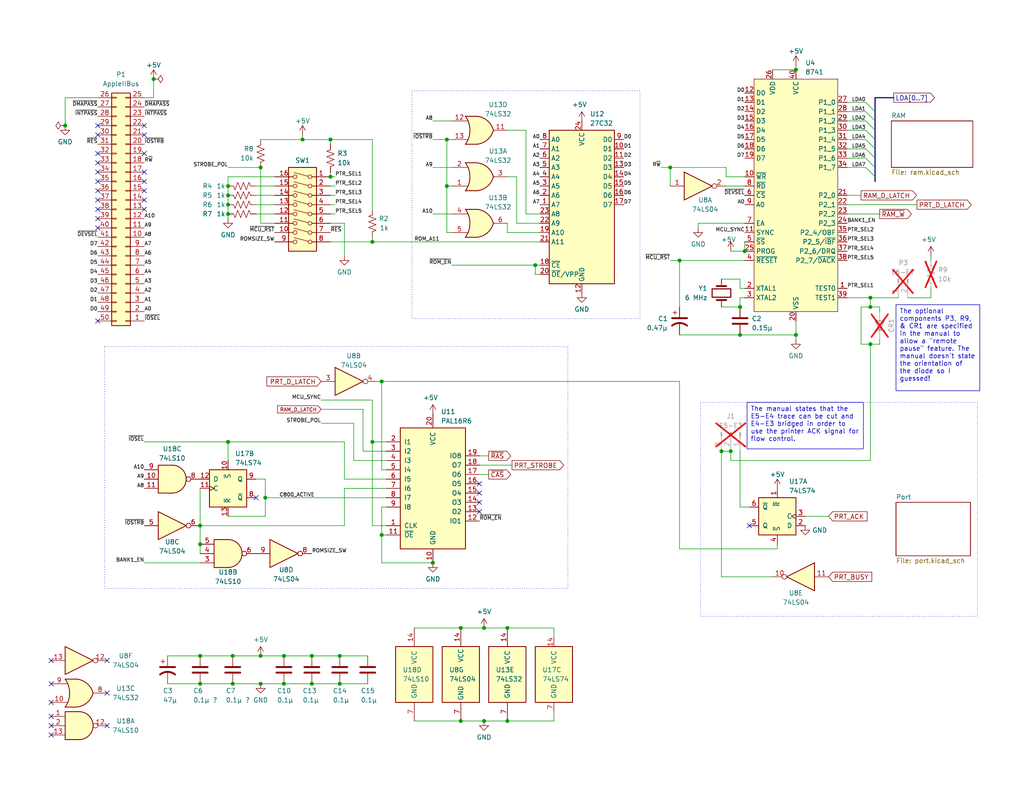
<source format=kicad_sch>
(kicad_sch (version 20231120) (generator "eeschema") (generator_version "8.0")
  (paper "USLetter")
  (title_block (title "Microtek Dumpling-64 Printer Card") (date "2024-01-19") (rev "926B") (comment 2 "captured by Mark Aikens") (comment 3 "by Microtek") (comment 4 "Apple II Printer Card"))
  (lib_symbols
    (symbol "74xx:74LS04"
      (property "Reference" "U" (at 0 1.27 0))
      (property "Value" "74LS04" (at 0 -1.27 0))
      (symbol "74LS04_1_0"
        (pin input line (at -7.62 0 0) (length 3.81) (name "~") (number "1"))
        (pin output inverted (at 7.62 0 180) (length 3.81) (name "~") (number "2"))
      )
      (symbol "74LS04_2_0"
        (pin input line (at -7.62 0 0) (length 3.81) (name "~") (number "3"))
        (pin output inverted (at 7.62 0 180) (length 3.81) (name "~") (number "4"))
      )
      (symbol "74LS04_3_0"
        (pin input line (at -7.62 0 0) (length 3.81) (name "~") (number "5"))
        (pin output inverted (at 7.62 0 180) (length 3.81) (name "~") (number "6"))
      )
      (symbol "74LS04_4_0"
        (pin output inverted (at 7.62 0 180) (length 3.81) (name "~") (number "8"))
        (pin input line (at -7.62 0 0) (length 3.81) (name "~") (number "9"))
      )
      (symbol "74LS04_5_0"
        (pin output inverted (at 7.62 0 180) (length 3.81) (name "~") (number "10"))
        (pin input line (at -7.62 0 0) (length 3.81) (name "~") (number "11"))
      )
      (symbol "74LS04_6_0"
        (pin output inverted (at 7.62 0 180) (length 3.81) (name "~") (number "12"))
        (pin input line (at -7.62 0 0) (length 3.81) (name "~") (number "13"))
      )
      (symbol "74LS04_7_0"
        (pin power_in line (at 0 12.7 270) (length 5.08) (name "VCC") (number "14"))
        (pin power_in line (at 0 -12.7 90) (length 5.08) (name "GND") (number "7"))
      )
    )
    (symbol "74xx:74LS10" (pin_names (offset 1.016))
      (property "Reference" "U" (at 0 1.27 0))
      (property "Value" "74LS10" (at 0 -1.27 0))
      (symbol "74LS10_1_1"
        (pin input line (at -7.62 2.54 0) (length 3.81) (name "~") (number "1"))
        (pin output inverted (at 7.62 0 180) (length 3.81) (name "~") (number "12"))
        (pin input line (at -7.62 -2.54 0) (length 3.81) (name "~") (number "13"))
        (pin input line (at -7.62 0 0) (length 3.81) (name "~") (number "2"))
      )
      (symbol "74LS10_1_2"
        (pin input inverted (at -7.62 2.54 0) (length 4.318) (name "~") (number "1"))
        (pin output line (at 7.62 0 180) (length 3.81) (name "~") (number "12"))
        (pin input inverted (at -7.62 -2.54 0) (length 4.318) (name "~") (number "13"))
        (pin input inverted (at -7.62 0 0) (length 4.953) (name "~") (number "2"))
      )
      (symbol "74LS10_2_1"
        (pin input line (at -7.62 2.54 0) (length 3.81) (name "~") (number "3"))
        (pin input line (at -7.62 0 0) (length 3.81) (name "~") (number "4"))
        (pin input line (at -7.62 -2.54 0) (length 3.81) (name "~") (number "5"))
        (pin output inverted (at 7.62 0 180) (length 3.81) (name "~") (number "6"))
      )
      (symbol "74LS10_2_2"
        (pin input inverted (at -7.62 2.54 0) (length 4.318) (name "~") (number "3"))
        (pin input inverted (at -7.62 0 0) (length 4.953) (name "~") (number "4"))
        (pin input inverted (at -7.62 -2.54 0) (length 4.318) (name "~") (number "5"))
        (pin output line (at 7.62 0 180) (length 3.81) (name "~") (number "6"))
      )
      (symbol "74LS10_3_1"
        (pin input line (at -7.62 0 0) (length 3.81) (name "~") (number "10"))
        (pin input line (at -7.62 -2.54 0) (length 3.81) (name "~") (number "11"))
        (pin output inverted (at 7.62 0 180) (length 3.81) (name "~") (number "8"))
        (pin input line (at -7.62 2.54 0) (length 3.81) (name "~") (number "9"))
      )
      (symbol "74LS10_3_2"
        (pin input inverted (at -7.62 0 0) (length 4.953) (name "~") (number "10"))
        (pin input inverted (at -7.62 -2.54 0) (length 4.318) (name "~") (number "11"))
        (pin output line (at 7.62 0 180) (length 3.81) (name "~") (number "8"))
        (pin input inverted (at -7.62 2.54 0) (length 4.318) (name "~") (number "9"))
      )
      (symbol "74LS10_4_0"
        (pin power_in line (at 0 12.7 270) (length 5.08) (name "VCC") (number "14"))
        (pin power_in line (at 0 -12.7 90) (length 5.08) (name "GND") (number "7"))
      )
    )
    (symbol "74xx:74LS32" (pin_names (offset 1.016))
      (property "Reference" "U" (at 0 1.27 0))
      (property "Value" "74LS32" (at 0 -1.27 0))
      (symbol "74LS32_1_1"
        (pin input line (at -7.62 2.54 0) (length 4.318) (name "~") (number "1"))
        (pin input line (at -7.62 -2.54 0) (length 4.318) (name "~") (number "2"))
        (pin output line (at 7.62 0 180) (length 3.81) (name "~") (number "3"))
      )
      (symbol "74LS32_1_2"
        (pin input inverted (at -7.62 2.54 0) (length 3.81) (name "~") (number "1"))
        (pin input inverted (at -7.62 -2.54 0) (length 3.81) (name "~") (number "2"))
        (pin output inverted (at 7.62 0 180) (length 3.81) (name "~") (number "3"))
      )
      (symbol "74LS32_2_1"
        (pin input line (at -7.62 2.54 0) (length 4.318) (name "~") (number "4"))
        (pin input line (at -7.62 -2.54 0) (length 4.318) (name "~") (number "5"))
        (pin output line (at 7.62 0 180) (length 3.81) (name "~") (number "6"))
      )
      (symbol "74LS32_2_2"
        (pin input inverted (at -7.62 2.54 0) (length 3.81) (name "~") (number "4"))
        (pin input inverted (at -7.62 -2.54 0) (length 3.81) (name "~") (number "5"))
        (pin output inverted (at 7.62 0 180) (length 3.81) (name "~") (number "6"))
      )
      (symbol "74LS32_3_1"
        (pin input line (at -7.62 -2.54 0) (length 4.318) (name "~") (number "10"))
        (pin output line (at 7.62 0 180) (length 3.81) (name "~") (number "8"))
        (pin input line (at -7.62 2.54 0) (length 4.318) (name "~") (number "9"))
      )
      (symbol "74LS32_3_2"
        (pin input inverted (at -7.62 -2.54 0) (length 3.81) (name "~") (number "10"))
        (pin output inverted (at 7.62 0 180) (length 3.81) (name "~") (number "8"))
        (pin input inverted (at -7.62 2.54 0) (length 3.81) (name "~") (number "9"))
      )
      (symbol "74LS32_4_1"
        (pin output line (at 7.62 0 180) (length 3.81) (name "~") (number "11"))
        (pin input line (at -7.62 2.54 0) (length 4.318) (name "~") (number "12"))
        (pin input line (at -7.62 -2.54 0) (length 4.318) (name "~") (number "13"))
      )
      (symbol "74LS32_4_2"
        (pin output inverted (at 7.62 0 180) (length 3.81) (name "~") (number "11"))
        (pin input inverted (at -7.62 2.54 0) (length 3.81) (name "~") (number "12"))
        (pin input inverted (at -7.62 -2.54 0) (length 3.81) (name "~") (number "13"))
      )
      (symbol "74LS32_5_0"
        (pin power_in line (at 0 12.7 270) (length 5.08) (name "VCC") (number "14"))
        (pin power_in line (at 0 -12.7 90) (length 5.08) (name "GND") (number "7"))
      )
    )
    (symbol "74xx:74LS74" (pin_names (offset 1.016))
      (property "Reference" "U" (at -7.62 8.89 0))
      (property "Value" "74LS74" (at -7.62 -8.89 0))
      (symbol "74LS74_1_0"
        (pin input line (at 0 -7.62 90) (length 2.54) (name "~{R}") (number "1"))
        (pin input line (at -7.62 2.54 0) (length 2.54) (name "D") (number "2"))
        (pin input clock (at -7.62 0 0) (length 2.54) (name "C") (number "3"))
        (pin input line (at 0 7.62 270) (length 2.54) (name "~{S}") (number "4"))
        (pin output line (at 7.62 2.54 180) (length 2.54) (name "Q") (number "5"))
        (pin output line (at 7.62 -2.54 180) (length 2.54) (name "~{Q}") (number "6"))
      )
      (symbol "74LS74_2_0"
        (pin input line (at 0 7.62 270) (length 2.54) (name "~{S}") (number "10"))
        (pin input clock (at -7.62 0 0) (length 2.54) (name "C") (number "11"))
        (pin input line (at -7.62 2.54 0) (length 2.54) (name "D") (number "12"))
        (pin input line (at 0 -7.62 90) (length 2.54) (name "~{R}") (number "13"))
        (pin output line (at 7.62 -2.54 180) (length 2.54) (name "~{Q}") (number "8"))
        (pin output line (at 7.62 2.54 180) (length 2.54) (name "Q") (number "9"))
      )
      (symbol "74LS74_3_0"
        (pin power_in line (at 0 10.16 270) (length 2.54) (name "VCC") (number "14"))
        (pin power_in line (at 0 -10.16 90) (length 2.54) (name "GND") (number "7"))
      )
    )
    (symbol "Connector:Conn_01x02_Pin" (pin_names (offset 1.016) hide)
      (property "Reference" "J" (at 0 2.54 0))
      (property "Value" "Conn_01x02_Pin" (at 0 -5.08 0))
      (symbol "Conn_01x02_Pin_1_1"
        (pin passive line (at 5.08 0 180) (length 3.81) (name "Pin_1") (number "1"))
        (pin passive line (at 5.08 -2.54 180) (length 3.81) (name "Pin_2") (number "2"))
      )
    )
    (symbol "Connector:Conn_01x03_Pin" (pin_names (offset 1.016) hide)
      (property "Reference" "J" (at 0 5.08 0))
      (property "Value" "Conn_01x03_Pin" (at 0 -5.08 0))
      (symbol "Conn_01x03_Pin_1_1"
        (pin passive line (at 5.08 2.54 180) (length 3.81) (name "Pin_1") (number "1"))
        (pin passive line (at 5.08 0 180) (length 3.81) (name "Pin_2") (number "2"))
        (pin passive line (at 5.08 -2.54 180) (length 3.81) (name "Pin_3") (number "3"))
      )
    )
    (symbol "Connector_Generic:Conn_02x25_Counter_Clockwise" (pin_names (offset 1.016) hide)
      (property "Reference" "J" (at 1.27 33.02 0))
      (property "Value" "Conn_02x25_Counter_Clockwise" (at 1.27 -33.02 0))
      (symbol "Conn_02x25_Counter_Clockwise_1_1"
        (pin passive line (at -5.08 30.48 0) (length 3.81) (name "Pin_1") (number "1"))
        (pin passive line (at -5.08 7.62 0) (length 3.81) (name "Pin_10") (number "10"))
        (pin passive line (at -5.08 5.08 0) (length 3.81) (name "Pin_11") (number "11"))
        (pin passive line (at -5.08 2.54 0) (length 3.81) (name "Pin_12") (number "12"))
        (pin passive line (at -5.08 0 0) (length 3.81) (name "Pin_13") (number "13"))
        (pin passive line (at -5.08 -2.54 0) (length 3.81) (name "Pin_14") (number "14"))
        (pin passive line (at -5.08 -5.08 0) (length 3.81) (name "Pin_15") (number "15"))
        (pin passive line (at -5.08 -7.62 0) (length 3.81) (name "Pin_16") (number "16"))
        (pin passive line (at -5.08 -10.16 0) (length 3.81) (name "Pin_17") (number "17"))
        (pin passive line (at -5.08 -12.7 0) (length 3.81) (name "Pin_18") (number "18"))
        (pin passive line (at -5.08 -15.24 0) (length 3.81) (name "Pin_19") (number "19"))
        (pin passive line (at -5.08 27.94 0) (length 3.81) (name "Pin_2") (number "2"))
        (pin passive line (at -5.08 -17.78 0) (length 3.81) (name "Pin_20") (number "20"))
        (pin passive line (at -5.08 -20.32 0) (length 3.81) (name "Pin_21") (number "21"))
        (pin passive line (at -5.08 -22.86 0) (length 3.81) (name "Pin_22") (number "22"))
        (pin passive line (at -5.08 -25.4 0) (length 3.81) (name "Pin_23") (number "23"))
        (pin passive line (at -5.08 -27.94 0) (length 3.81) (name "Pin_24") (number "24"))
        (pin passive line (at -5.08 -30.48 0) (length 3.81) (name "Pin_25") (number "25"))
        (pin passive line (at 7.62 -30.48 180) (length 3.81) (name "Pin_26") (number "26"))
        (pin passive line (at 7.62 -27.94 180) (length 3.81) (name "Pin_27") (number "27"))
        (pin passive line (at 7.62 -25.4 180) (length 3.81) (name "Pin_28") (number "28"))
        (pin passive line (at 7.62 -22.86 180) (length 3.81) (name "Pin_29") (number "29"))
        (pin passive line (at -5.08 25.4 0) (length 3.81) (name "Pin_3") (number "3"))
        (pin passive line (at 7.62 -20.32 180) (length 3.81) (name "Pin_30") (number "30"))
        (pin passive line (at 7.62 -17.78 180) (length 3.81) (name "Pin_31") (number "31"))
        (pin passive line (at 7.62 -15.24 180) (length 3.81) (name "Pin_32") (number "32"))
        (pin passive line (at 7.62 -12.7 180) (length 3.81) (name "Pin_33") (number "33"))
        (pin passive line (at 7.62 -10.16 180) (length 3.81) (name "Pin_34") (number "34"))
        (pin passive line (at 7.62 -7.62 180) (length 3.81) (name "Pin_35") (number "35"))
        (pin passive line (at 7.62 -5.08 180) (length 3.81) (name "Pin_36") (number "36"))
        (pin passive line (at 7.62 -2.54 180) (length 3.81) (name "Pin_37") (number "37"))
        (pin passive line (at 7.62 0 180) (length 3.81) (name "Pin_38") (number "38"))
        (pin passive line (at 7.62 2.54 180) (length 3.81) (name "Pin_39") (number "39"))
        (pin passive line (at -5.08 22.86 0) (length 3.81) (name "Pin_4") (number "4"))
        (pin passive line (at 7.62 5.08 180) (length 3.81) (name "Pin_40") (number "40"))
        (pin passive line (at 7.62 7.62 180) (length 3.81) (name "Pin_41") (number "41"))
        (pin passive line (at 7.62 10.16 180) (length 3.81) (name "Pin_42") (number "42"))
        (pin passive line (at 7.62 12.7 180) (length 3.81) (name "Pin_43") (number "43"))
        (pin passive line (at 7.62 15.24 180) (length 3.81) (name "Pin_44") (number "44"))
        (pin passive line (at 7.62 17.78 180) (length 3.81) (name "Pin_45") (number "45"))
        (pin passive line (at 7.62 20.32 180) (length 3.81) (name "Pin_46") (number "46"))
        (pin passive line (at 7.62 22.86 180) (length 3.81) (name "Pin_47") (number "47"))
        (pin passive line (at 7.62 25.4 180) (length 3.81) (name "Pin_48") (number "48"))
        (pin passive line (at 7.62 27.94 180) (length 3.81) (name "Pin_49") (number "49"))
        (pin passive line (at -5.08 20.32 0) (length 3.81) (name "Pin_5") (number "5"))
        (pin passive line (at 7.62 30.48 180) (length 3.81) (name "Pin_50") (number "50"))
        (pin passive line (at -5.08 17.78 0) (length 3.81) (name "Pin_6") (number "6"))
        (pin passive line (at -5.08 15.24 0) (length 3.81) (name "Pin_7") (number "7"))
        (pin passive line (at -5.08 12.7 0) (length 3.81) (name "Pin_8") (number "8"))
        (pin passive line (at -5.08 10.16 0) (length 3.81) (name "Pin_9") (number "9"))
      )
    )
    (symbol "Device:C" (pin_numbers hide) (pin_names (offset 0.254))
      (property "Reference" "C" (at 0.635 2.54 0))
      (property "Value" "C" (at 0.635 -2.54 0))
      (symbol "C_1_1"
        (pin passive line (at 0 3.81 270) (length 2.794) (name "~") (number "1"))
        (pin passive line (at 0 -3.81 90) (length 2.794) (name "~") (number "2"))
      )
    )
    (symbol "Device:C_Polarized_US" (pin_numbers hide) (pin_names (offset 0.254) hide)
      (property "Reference" "C" (at 0.635 2.54 0))
      (property "Value" "C_Polarized_US" (at 0.635 -2.54 0))
      (symbol "C_Polarized_US_1_1"
        (pin passive line (at 0 3.81 270) (length 2.794) (name "~") (number "1"))
        (pin passive line (at 0 -3.81 90) (length 3.302) (name "~") (number "2"))
      )
    )
    (symbol "Device:Crystal" (pin_numbers hide) (pin_names (offset 1.016) hide)
      (property "Reference" "Y" (at 0 3.81 0))
      (property "Value" "Crystal" (at 0 -3.81 0))
      (symbol "Crystal_1_1"
        (pin passive line (at -3.81 0 0) (length 1.27) (name "1") (number "1"))
        (pin passive line (at 3.81 0 180) (length 1.27) (name "2") (number "2"))
      )
    )
    (symbol "Device:R_US" (pin_numbers hide) (pin_names (offset 0))
      (property "Reference" "R" (at 2.54 0 90))
      (property "Value" "R_US" (at -2.54 0 90))
      (symbol "R_US_1_1"
        (pin passive line (at 0 3.81 270) (length 1.27) (name "~") (number "1"))
        (pin passive line (at 0 -3.81 90) (length 1.27) (name "~") (number "2"))
      )
    )
    (symbol "Diode:1N4001" (pin_numbers hide) (pin_names hide)
      (property "Reference" "D" (at 0 2.54 0))
      (property "Value" "1N4001" (at 0 -2.54 0))
      (symbol "1N4001_1_1"
        (pin passive line (at -3.81 0 0) (length 2.54) (name "K") (number "1"))
        (pin passive line (at 3.81 0 180) (length 2.54) (name "A") (number "2"))
      )
    )
    (symbol "MCU:8741"
      (property "Reference" "U" (at 2.54 34.29 0))
      (property "Value" "8741" (at 0 0 0))
      (symbol "8741_1_1"
        (pin input line (at 13.97 -25.4 180) (length 2.54) (name "TEST0") (number "1"))
        (pin input line (at -13.97 5.08 0) (length 2.54) (name "~{WR}") (number "10"))
        (pin output line (at -13.97 -10.16 0) (length 2.54) (name "SYNC") (number "11"))
        (pin tri_state line (at -13.97 27.94 0) (length 2.54) (name "D0") (number "12"))
        (pin tri_state line (at -13.97 25.4 0) (length 2.54) (name "D1") (number "13"))
        (pin tri_state line (at -13.97 22.86 0) (length 2.54) (name "D2") (number "14"))
        (pin tri_state line (at -13.97 20.32 0) (length 2.54) (name "D3") (number "15"))
        (pin tri_state line (at -13.97 17.78 0) (length 2.54) (name "D4") (number "16"))
        (pin tri_state line (at -13.97 15.24 0) (length 2.54) (name "D5") (number "17"))
        (pin tri_state line (at -13.97 12.7 0) (length 2.54) (name "D6") (number "18"))
        (pin tri_state line (at -13.97 10.16 0) (length 2.54) (name "D7") (number "19"))
        (pin passive line (at -13.97 -25.4 0) (length 2.54) (name "XTAL1") (number "2"))
        (pin power_in line (at 0 -34.29 90) (length 2.54) (name "VSS") (number "20"))
        (pin bidirectional line (at 13.97 0 180) (length 2.54) (name "P2_0") (number "21"))
        (pin bidirectional line (at 13.97 -2.54 180) (length 2.54) (name "P2_1") (number "22"))
        (pin bidirectional line (at 13.97 -5.08 180) (length 2.54) (name "P2_2") (number "23"))
        (pin bidirectional line (at 13.97 -7.62 180) (length 2.54) (name "P2_3") (number "24"))
        (pin bidirectional line (at -13.97 -15.24 0) (length 2.54) (name "PROG") (number "25"))
        (pin power_in line (at -6.35 34.29 270) (length 2.54) (name "VDD") (number "26"))
        (pin bidirectional line (at 13.97 25.4 180) (length 2.54) (name "P1_0") (number "27"))
        (pin bidirectional line (at 13.97 22.86 180) (length 2.54) (name "P1_1") (number "28"))
        (pin bidirectional line (at 13.97 20.32 180) (length 2.54) (name "P1_2") (number "29"))
        (pin passive line (at -13.97 -27.94 0) (length 2.54) (name "XTAL2") (number "3"))
        (pin bidirectional line (at 13.97 17.78 180) (length 2.54) (name "P1_3") (number "30"))
        (pin bidirectional line (at 13.97 15.24 180) (length 2.54) (name "P1_4") (number "31"))
        (pin bidirectional line (at 13.97 12.7 180) (length 2.54) (name "P1_5") (number "32"))
        (pin bidirectional line (at 13.97 10.16 180) (length 2.54) (name "P1_6") (number "33"))
        (pin bidirectional line (at 13.97 7.62 180) (length 2.54) (name "P1_7") (number "34"))
        (pin bidirectional line (at 13.97 -10.16 180) (length 2.54) (name "P2_4/OBF") (number "35"))
        (pin bidirectional line (at 13.97 -12.7 180) (length 2.54) (name "P2_5/~{IBF}") (number "36"))
        (pin bidirectional line (at 13.97 -15.24 180) (length 2.54) (name "P2_6/DRQ") (number "37"))
        (pin bidirectional line (at 13.97 -17.78 180) (length 2.54) (name "P2_7/~{DACK}") (number "38"))
        (pin input line (at 13.97 -27.94 180) (length 2.54) (name "TEST1") (number "39"))
        (pin input line (at -13.97 -17.78 0) (length 2.54) (name "~{RESET}") (number "4"))
        (pin power_in line (at 0 34.29 270) (length 2.54) (name "VCC") (number "40"))
        (pin input line (at -13.97 -12.7 0) (length 2.54) (name "~{SS}") (number "5"))
        (pin input line (at -13.97 0 0) (length 2.54) (name "~{CS}") (number "6"))
        (pin input line (at -13.97 -7.62 0) (length 2.54) (name "EA") (number "7"))
        (pin input line (at -13.97 2.54 0) (length 2.54) (name "~{RD}") (number "8"))
        (pin input line (at -13.97 -2.54 0) (length 2.54) (name "A0") (number "9"))
      )
    )
    (symbol "Memory_Legacy:27C32"
      (property "Reference" "U" (at -7.62 24.13 0))
      (property "Value" "27C32" (at 2.54 -20.32 0))
      (symbol "27C32_1_1"
        (pin input line (at -10.16 2.54 0) (length 2.54) (name "A7") (number "1"))
        (pin tri_state line (at 12.7 17.78 180) (length 2.54) (name "D1") (number "10"))
        (pin tri_state line (at 12.7 15.24 180) (length 2.54) (name "D2") (number "11"))
        (pin power_in line (at 1.27 -21.59 90) (length 2.54) (name "GND") (number "12"))
        (pin tri_state line (at 12.7 12.7 180) (length 2.54) (name "D3") (number "13"))
        (pin tri_state line (at 12.7 10.16 180) (length 2.54) (name "D4") (number "14"))
        (pin tri_state line (at 12.7 7.62 180) (length 2.54) (name "D5") (number "15"))
        (pin tri_state line (at 12.7 5.08 180) (length 2.54) (name "D6") (number "16"))
        (pin tri_state line (at 12.7 2.54 180) (length 2.54) (name "D7") (number "17"))
        (pin input line (at -10.16 -13.97 0) (length 2.54) (name "~{CE}") (number "18"))
        (pin input line (at -10.16 -5.08 0) (length 2.54) (name "A10") (number "19"))
        (pin input line (at -10.16 5.08 0) (length 2.54) (name "A6") (number "2"))
        (pin input line (at -10.16 -16.51 0) (length 2.54) (name "~{OE}/VPP") (number "20"))
        (pin input line (at -10.16 -7.62 0) (length 2.54) (name "A11") (number "21"))
        (pin input line (at -10.16 -2.54 0) (length 2.54) (name "A9") (number "22"))
        (pin input line (at -10.16 0 0) (length 2.54) (name "A8") (number "23"))
        (pin power_in line (at 1.27 25.4 270) (length 2.54) (name "VCC") (number "24"))
        (pin input line (at -10.16 7.62 0) (length 2.54) (name "A5") (number "3"))
        (pin input line (at -10.16 10.16 0) (length 2.54) (name "A4") (number "4"))
        (pin input line (at -10.16 12.7 0) (length 2.54) (name "A3") (number "5"))
        (pin input line (at -10.16 15.24 0) (length 2.54) (name "A2") (number "6"))
        (pin input line (at -10.16 17.78 0) (length 2.54) (name "A1") (number "7"))
        (pin input line (at -10.16 20.32 0) (length 2.54) (name "A0") (number "8"))
        (pin tri_state line (at 12.7 20.32 180) (length 2.54) (name "D0") (number "9"))
      )
    )
    (symbol "PAL:PAL16R6" (pin_names (offset 1.016))
      (property "Reference" "U" (at -8.89 19.05 0))
      (property "Value" "PAL16R6" (at 1.27 19.05 0))
      (symbol "PAL16R6_0_0"
        (pin power_in line (at 0 -20.32 90) (length 3.81) (name "GND") (number "10"))
        (pin power_in line (at 0 20.32 270) (length 3.81) (name "VCC") (number "20"))
      )
      (symbol "PAL16R6_1_1"
        (pin input line (at -12.7 -10.16 0) (length 3.81) (name "CLK") (number "1"))
        (pin input line (at -12.7 -12.7 0) (length 3.81) (name "~{OE}") (number "11"))
        (pin bidirectional line (at 12.7 -8.89 180) (length 3.81) (name "IO1") (number "12"))
        (pin tri_state line (at 12.7 -6.35 180) (length 3.81) (name "O2") (number "13"))
        (pin tri_state line (at 12.7 -3.81 180) (length 3.81) (name "O3") (number "14"))
        (pin tri_state line (at 12.7 -1.27 180) (length 3.81) (name "O4") (number "15"))
        (pin tri_state line (at 12.7 1.27 180) (length 3.81) (name "O5") (number "16"))
        (pin tri_state line (at 12.7 3.81 180) (length 3.81) (name "O6") (number "17"))
        (pin tri_state line (at 12.7 6.35 180) (length 3.81) (name "O7") (number "18"))
        (pin bidirectional line (at 12.7 8.89 180) (length 3.81) (name "IO8") (number "19"))
        (pin input line (at -12.7 12.7 0) (length 3.81) (name "I1") (number "2"))
        (pin input line (at -12.7 10.16 0) (length 3.81) (name "I2") (number "3"))
        (pin input line (at -12.7 7.62 0) (length 3.81) (name "I3") (number "4"))
        (pin input line (at -12.7 5.08 0) (length 3.81) (name "I4") (number "5"))
        (pin input line (at -12.7 2.54 0) (length 3.81) (name "I5") (number "6"))
        (pin input line (at -12.7 0 0) (length 3.81) (name "I6") (number "7"))
        (pin input line (at -12.7 -2.54 0) (length 3.81) (name "I7") (number "8"))
        (pin input line (at -12.7 -5.08 0) (length 3.81) (name "I8") (number "9"))
      )
    )
    (symbol "Switch:SW_DIP_x08" (pin_names (offset 0) hide)
      (property "Reference" "SW" (at 0 13.97 0))
      (property "Value" "SW_DIP_x08" (at 0 -11.43 0))
      (symbol "SW_DIP_x08_1_1"
        (pin passive line (at -7.62 10.16 0) (length 5.08) (name "~") (number "1"))
        (pin passive line (at 7.62 -5.08 180) (length 5.08) (name "~") (number "10"))
        (pin passive line (at 7.62 -2.54 180) (length 5.08) (name "~") (number "11"))
        (pin passive line (at 7.62 0 180) (length 5.08) (name "~") (number "12"))
        (pin passive line (at 7.62 2.54 180) (length 5.08) (name "~") (number "13"))
        (pin passive line (at 7.62 5.08 180) (length 5.08) (name "~") (number "14"))
        (pin passive line (at 7.62 7.62 180) (length 5.08) (name "~") (number "15"))
        (pin passive line (at 7.62 10.16 180) (length 5.08) (name "~") (number "16"))
        (pin passive line (at -7.62 7.62 0) (length 5.08) (name "~") (number "2"))
        (pin passive line (at -7.62 5.08 0) (length 5.08) (name "~") (number "3"))
        (pin passive line (at -7.62 2.54 0) (length 5.08) (name "~") (number "4"))
        (pin passive line (at -7.62 0 0) (length 5.08) (name "~") (number "5"))
        (pin passive line (at -7.62 -2.54 0) (length 5.08) (name "~") (number "6"))
        (pin passive line (at -7.62 -5.08 0) (length 5.08) (name "~") (number "7"))
        (pin passive line (at -7.62 -7.62 0) (length 5.08) (name "~") (number "8"))
        (pin passive line (at 7.62 -7.62 180) (length 5.08) (name "~") (number "9"))
      )
    )
    (symbol "power:+5V" (power) (pin_numbers hide) (pin_names (offset 0) hide)
      (property "Value" "+5V" (at 0 3.556 0))
      (symbol "+5V_1_1"
        (pin power_in line (at 0 0 90) (length 0) (name "~") (number "1"))
      )
    )
    (symbol "power:GND" (power) (pin_numbers hide) (pin_names (offset 0) hide)
      (property "Value" "GND" (at 0 -3.81 0))
      (symbol "GND_1_1"
        (pin power_in line (at 0 0 270) (length 0) (name "~") (number "1"))
      )
    )
    (symbol "power:PWR_FLAG" (power) (pin_numbers hide) (pin_names (offset 0) hide)
      (property "Value" "PWR_FLAG" (at 0 3.81 0))
      (symbol "PWR_FLAG_0_0"
        (pin power_out line (at 0 0 90) (length 0) (name "~") (number "1"))
      )
    )
  )
  (junction (at 201.93 91.44))
  (junction (at 146.05 72.39))
  (junction (at 54.61 179.07))
  (junction (at 104.14 104.14))
  (junction (at 85.09 179.07))
  (junction (at 41.91 21.59))
  (junction (at 63.5 179.07))
  (junction (at 62.23 50.8))
  (junction (at 62.23 55.88))
  (junction (at 17.78 34.29))
  (junction (at 71.12 186.69))
  (junction (at 54.61 186.69))
  (junction (at 71.12 179.07))
  (junction (at 77.47 186.69))
  (junction (at 132.08 171.45))
  (junction (at 182.88 45.72))
  (junction (at 92.71 179.07))
  (junction (at 125.73 171.45))
  (junction (at 237.49 83.82))
  (junction (at 62.23 58.42))
  (junction (at 101.6 66.04))
  (junction (at 125.73 196.85))
  (junction (at 199.39 123.19))
  (junction (at 132.08 196.85))
  (junction (at 118.11 153.67))
  (junction (at 121.92 38.1))
  (junction (at 217.17 91.44))
  (junction (at 85.09 186.69))
  (junction (at 90.17 38.1))
  (junction (at 121.92 50.8))
  (junction (at 71.12 45.72))
  (junction (at 217.17 19.05))
  (junction (at 62.23 120.65))
  (junction (at 54.61 148.59))
  (junction (at 63.5 186.69))
  (junction (at 203.2 68.58))
  (junction (at 237.49 81.28))
  (junction (at 104.14 146.05))
  (junction (at 201.93 83.82))
  (junction (at 54.61 143.51))
  (junction (at 62.23 53.34))
  (junction (at 92.71 186.69))
  (junction (at 138.43 171.45))
  (junction (at 82.55 38.1))
  (junction (at 138.43 196.85))
  (junction (at 77.47 179.07))
  (junction (at 237.49 93.98))
  (junction (at 196.85 123.19))
  (junction (at 185.42 71.12))
  (junction (at 72.39 135.89))
  (junction (at 90.17 48.26))
  (junction (at 101.6 120.65))
  (no_connect (at 39.37 46.99))
  (no_connect (at 204.47 143.51))
  (no_connect (at 26.67 46.99))
  (no_connect (at 26.67 62.23))
  (no_connect (at 39.37 52.07))
  (no_connect (at 39.37 57.15))
  (no_connect (at 29.21 189.23))
  (no_connect (at 130.81 134.62))
  (no_connect (at 29.21 180.34))
  (no_connect (at 26.67 54.61))
  (no_connect (at 39.37 34.29))
  (no_connect (at 26.67 87.63))
  (no_connect (at 26.67 34.29))
  (no_connect (at 26.67 44.45))
  (no_connect (at 13.97 195.58))
  (no_connect (at 26.67 36.83))
  (no_connect (at 130.81 139.7))
  (no_connect (at 13.97 198.12))
  (no_connect (at 26.67 57.15))
  (no_connect (at 26.67 52.07))
  (no_connect (at 26.67 49.53))
  (no_connect (at 69.85 135.89))
  (no_connect (at 13.97 191.77))
  (no_connect (at 39.37 49.53))
  (no_connect (at 26.67 59.69))
  (no_connect (at 130.81 137.16))
  (no_connect (at 13.97 200.66))
  (no_connect (at 13.97 180.34))
  (no_connect (at 29.21 198.12))
  (no_connect (at 130.81 132.08))
  (no_connect (at 39.37 41.91))
  (no_connect (at 26.67 41.91))
  (no_connect (at 13.97 186.69))
  (no_connect (at 39.37 36.83))
  (no_connect (at 39.37 54.61))
  (bus_entry (at 238.76 33.02) (size -2.54 -2.54))
  (bus_entry (at 238.76 38.1) (size -2.54 -2.54))
  (bus_entry (at 238.76 35.56) (size -2.54 -2.54))
  (bus_entry (at 238.76 48.26) (size -2.54 -2.54))
  (bus_entry (at 238.76 40.64) (size -2.54 -2.54))
  (bus_entry (at 238.76 43.18) (size -2.54 -2.54))
  (bus_entry (at 238.76 30.48) (size -2.54 -2.54))
  (bus_entry (at 238.76 45.72) (size -2.54 -2.54))
  (wire (pts (xy 104.14 128.27) (xy 105.41 128.27)))
  (wire (pts (xy 62.23 48.26) (xy 62.23 50.8)))
  (wire (pts (xy 210.82 19.05) (xy 217.17 19.05)))
  (wire (pts (xy 231.14 30.48) (xy 236.22 30.48)))
  (wire (pts (xy 69.85 130.81) (xy 72.39 130.81)))
  (wire (pts (xy 39.37 120.65) (xy 62.23 120.65)))
  (wire (pts (xy 130.81 127) (xy 139.7 127)))
  (bus (pts (xy 238.76 48.26) (xy 238.76 49.53)))
  (wire (pts (xy 201.93 91.44) (xy 217.17 91.44)))
  (wire (pts (xy 121.92 63.5) (xy 121.92 50.8)))
  (wire (pts (xy 185.42 149.86) (xy 212.09 149.86)))
  (bus (pts (xy 238.76 30.48) (xy 238.76 33.02)))
  (wire (pts (xy 105.41 133.35) (xy 93.98 133.35)))
  (wire (pts (xy 90.17 46.99) (xy 90.17 48.26)))
  (wire (pts (xy 54.61 133.35) (xy 54.61 143.51)))
  (bus (pts (xy 238.76 26.67) (xy 238.76 30.48)))
  (wire (pts (xy 199.39 68.58) (xy 203.2 68.58)))
  (wire (pts (xy 185.42 83.82) (xy 185.42 71.12)))
  (wire (pts (xy 196.85 123.19) (xy 196.85 157.48)))
  (wire (pts (xy 196.85 83.82) (xy 201.93 83.82)))
  (wire (pts (xy 217.17 92.71) (xy 217.17 91.44)))
  (wire (pts (xy 96.52 115.57) (xy 96.52 125.73)))
  (wire (pts (xy 54.61 143.51) (xy 93.98 143.51)))
  (wire (pts (xy 101.6 120.65) (xy 101.6 143.51)))
  (wire (pts (xy 180.34 45.72) (xy 182.88 45.72)))
  (wire (pts (xy 201.93 76.2) (xy 201.93 78.74)))
  (wire (pts (xy 85.09 186.69) (xy 92.71 186.69)))
  (wire (pts (xy 138.43 171.45) (xy 151.13 171.45)))
  (wire (pts (xy 201.93 78.74) (xy 203.2 78.74)))
  (wire (pts (xy 101.6 109.22) (xy 101.6 120.65)))
  (wire (pts (xy 132.08 171.45) (xy 138.43 171.45)))
  (wire (pts (xy 90.17 38.1) (xy 101.6 38.1)))
  (wire (pts (xy 151.13 171.45) (xy 151.13 173.99)))
  (wire (pts (xy 118.11 58.42) (xy 123.19 58.42)))
  (wire (pts (xy 71.12 60.96) (xy 71.12 45.72)))
  (wire (pts (xy 231.14 35.56) (xy 236.22 35.56)))
  (wire (pts (xy 254 81.28) (xy 254 78.74)))
  (wire (pts (xy 217.17 17.78) (xy 217.17 19.05)))
  (wire (pts (xy 231.14 45.72) (xy 236.22 45.72)))
  (wire (pts (xy 118.11 45.72) (xy 123.19 45.72)))
  (wire (pts (xy 185.42 104.14) (xy 185.42 149.86)))
  (wire (pts (xy 91.44 50.8) (xy 90.17 50.8)))
  (wire (pts (xy 123.19 63.5) (xy 121.92 63.5)))
  (wire (pts (xy 87.63 109.22) (xy 101.6 109.22)))
  (wire (pts (xy 231.14 33.02) (xy 236.22 33.02)))
  (wire (pts (xy 212.09 148.59) (xy 212.09 149.86)))
  (wire (pts (xy 101.6 143.51) (xy 105.41 143.51)))
  (wire (pts (xy 74.93 60.96) (xy 71.12 60.96)))
  (wire (pts (xy 123.19 72.39) (xy 146.05 72.39)))
  (wire (pts (xy 237.49 93.98) (xy 237.49 125.73)))
  (wire (pts (xy 74.93 58.42) (xy 69.85 58.42)))
  (wire (pts (xy 118.11 33.02) (xy 123.19 33.02)))
  (wire (pts (xy 198.12 50.8) (xy 203.2 50.8)))
  (wire (pts (xy 130.81 124.46) (xy 133.35 124.46)))
  (wire (pts (xy 62.23 50.8) (xy 62.23 53.34)))
  (wire (pts (xy 182.88 45.72) (xy 198.12 45.72)))
  (wire (pts (xy 90.17 60.96) (xy 93.98 60.96)))
  (wire (pts (xy 72.39 135.89) (xy 72.39 130.81)))
  (wire (pts (xy 247.65 81.28) (xy 254 81.28)))
  (wire (pts (xy 104.14 153.67) (xy 104.14 146.05)))
  (wire (pts (xy 203.2 81.28) (xy 201.93 81.28)))
  (wire (pts (xy 62.23 55.88) (xy 62.23 58.42)))
  (wire (pts (xy 87.63 115.57) (xy 96.52 115.57)))
  (wire (pts (xy 99.06 111.76) (xy 87.63 111.76)))
  (wire (pts (xy 74.93 55.88) (xy 69.85 55.88)))
  (wire (pts (xy 82.55 36.83) (xy 82.55 38.1)))
  (wire (pts (xy 234.95 53.34) (xy 231.14 53.34)))
  (wire (pts (xy 130.81 129.54) (xy 133.35 129.54)))
  (wire (pts (xy 226.06 140.97) (xy 219.71 140.97)))
  (wire (pts (xy 71.12 38.1) (xy 82.55 38.1)))
  (wire (pts (xy 104.14 146.05) (xy 104.14 138.43)))
  (wire (pts (xy 217.17 91.44) (xy 217.17 87.63)))
  (wire (pts (xy 210.82 157.48) (xy 196.85 157.48)))
  (wire (pts (xy 39.37 153.67) (xy 54.61 153.67)))
  (wire (pts (xy 101.6 66.04) (xy 90.17 66.04)))
  (wire (pts (xy 62.23 59.69) (xy 62.23 58.42)))
  (wire (pts (xy 140.97 48.26) (xy 138.43 48.26)))
  (wire (pts (xy 93.98 60.96) (xy 93.98 69.85)))
  (wire (pts (xy 234.95 83.82) (xy 237.49 83.82)))
  (wire (pts (xy 41.91 21.59) (xy 41.91 26.67)))
  (wire (pts (xy 138.43 196.85) (xy 151.13 196.85)))
  (wire (pts (xy 26.67 26.67) (xy 17.78 26.67)))
  (wire (pts (xy 240.03 83.82) (xy 240.03 85.09)))
  (wire (pts (xy 231.14 81.28) (xy 237.49 81.28)))
  (wire (pts (xy 146.05 72.39) (xy 146.05 74.93)))
  (wire (pts (xy 143.51 35.56) (xy 143.51 58.42)))
  (wire (pts (xy 140.97 48.26) (xy 140.97 60.96)))
  (wire (pts (xy 121.92 38.1) (xy 123.19 38.1)))
  (wire (pts (xy 101.6 64.77) (xy 101.6 66.04)))
  (wire (pts (xy 63.5 186.69) (xy 71.12 186.69)))
  (wire (pts (xy 74.93 48.26) (xy 62.23 48.26)))
  (wire (pts (xy 240.03 83.82) (xy 237.49 83.82)))
  (wire (pts (xy 104.14 138.43) (xy 105.41 138.43)))
  (wire (pts (xy 138.43 60.96) (xy 138.43 63.5)))
  (wire (pts (xy 231.14 58.42) (xy 240.03 58.42)))
  (wire (pts (xy 125.73 171.45) (xy 132.08 171.45)))
  (wire (pts (xy 240.03 93.98) (xy 240.03 92.71)))
  (wire (pts (xy 201.93 138.43) (xy 204.47 138.43)))
  (wire (pts (xy 231.14 43.18) (xy 236.22 43.18)))
  (wire (pts (xy 96.52 125.73) (xy 105.41 125.73)))
  (wire (pts (xy 45.72 179.07) (xy 54.61 179.07)))
  (wire (pts (xy 231.14 40.64) (xy 236.22 40.64)))
  (wire (pts (xy 237.49 83.82) (xy 237.49 81.28)))
  (wire (pts (xy 62.23 53.34) (xy 62.23 55.88)))
  (wire (pts (xy 54.61 143.51) (xy 54.61 148.59)))
  (wire (pts (xy 203.2 66.04) (xy 203.2 68.58)))
  (wire (pts (xy 41.91 26.67) (xy 39.37 26.67)))
  (wire (pts (xy 196.85 123.19) (xy 199.39 123.19)))
  (bus (pts (xy 238.76 43.18) (xy 238.76 45.72)))
  (wire (pts (xy 146.05 74.93) (xy 147.32 74.93)))
  (bus (pts (xy 238.76 38.1) (xy 238.76 40.64)))
  (wire (pts (xy 104.14 146.05) (xy 105.41 146.05)))
  (bus (pts (xy 238.76 45.72) (xy 238.76 48.26)))
  (wire (pts (xy 203.2 60.96) (xy 190.5 60.96)))
  (wire (pts (xy 74.93 53.34) (xy 69.85 53.34)))
  (wire (pts (xy 85.09 179.07) (xy 92.71 179.07)))
  (wire (pts (xy 201.93 81.28) (xy 201.93 83.82)))
  (wire (pts (xy 113.03 196.85) (xy 125.73 196.85)))
  (wire (pts (xy 198.12 48.26) (xy 203.2 48.26)))
  (wire (pts (xy 72.39 135.89) (xy 72.39 140.97)))
  (wire (pts (xy 91.44 58.42) (xy 90.17 58.42)))
  (wire (pts (xy 132.08 196.85) (xy 138.43 196.85)))
  (wire (pts (xy 54.61 179.07) (xy 63.5 179.07)))
  (wire (pts (xy 91.44 55.88) (xy 90.17 55.88)))
  (wire (pts (xy 101.6 120.65) (xy 105.41 120.65)))
  (wire (pts (xy 54.61 186.69) (xy 63.5 186.69)))
  (wire (pts (xy 121.92 50.8) (xy 123.19 50.8)))
  (wire (pts (xy 198.12 45.72) (xy 198.12 48.26)))
  (wire (pts (xy 138.43 63.5) (xy 147.32 63.5)))
  (wire (pts (xy 201.93 123.19) (xy 201.93 138.43)))
  (wire (pts (xy 234.95 93.98) (xy 237.49 93.98)))
  (wire (pts (xy 138.43 35.56) (xy 143.51 35.56)))
  (wire (pts (xy 146.05 72.39) (xy 147.32 72.39)))
  (wire (pts (xy 62.23 120.65) (xy 62.23 125.73)))
  (wire (pts (xy 77.47 186.69) (xy 85.09 186.69)))
  (bus (pts (xy 238.76 26.67) (xy 243.84 26.67)))
  (wire (pts (xy 90.17 38.1) (xy 90.17 39.37)))
  (wire (pts (xy 199.39 125.73) (xy 199.39 123.19)))
  (wire (pts (xy 77.47 179.07) (xy 85.09 179.07)))
  (wire (pts (xy 82.55 38.1) (xy 90.17 38.1)))
  (wire (pts (xy 231.14 38.1) (xy 236.22 38.1)))
  (wire (pts (xy 104.14 104.14) (xy 185.42 104.14)))
  (bus (pts (xy 238.76 35.56) (xy 238.76 38.1)))
  (wire (pts (xy 121.92 38.1) (xy 121.92 50.8)))
  (wire (pts (xy 74.93 50.8) (xy 69.85 50.8)))
  (wire (pts (xy 118.11 153.67) (xy 104.14 153.67)))
  (bus (pts (xy 238.76 33.02) (xy 238.76 35.56)))
  (wire (pts (xy 143.51 58.42) (xy 147.32 58.42)))
  (wire (pts (xy 118.11 38.1) (xy 121.92 38.1)))
  (wire (pts (xy 237.49 81.28) (xy 245.11 81.28)))
  (wire (pts (xy 185.42 91.44) (xy 201.93 91.44)))
  (wire (pts (xy 93.98 120.65) (xy 93.98 130.81)))
  (wire (pts (xy 151.13 196.85) (xy 151.13 194.31)))
  (wire (pts (xy 93.98 133.35) (xy 93.98 143.51)))
  (wire (pts (xy 71.12 186.69) (xy 77.47 186.69)))
  (wire (pts (xy 102.87 104.14) (xy 104.14 104.14)))
  (wire (pts (xy 101.6 66.04) (xy 147.32 66.04)))
  (wire (pts (xy 54.61 148.59) (xy 54.61 151.13)))
  (wire (pts (xy 62.23 120.65) (xy 93.98 120.65)))
  (wire (pts (xy 92.71 179.07) (xy 100.33 179.07)))
  (wire (pts (xy 90.17 48.26) (xy 91.44 48.26)))
  (wire (pts (xy 182.88 45.72) (xy 182.88 50.8)))
  (wire (pts (xy 231.14 27.94) (xy 236.22 27.94)))
  (wire (pts (xy 237.49 93.98) (xy 240.03 93.98)))
  (wire (pts (xy 71.12 179.07) (xy 77.47 179.07)))
  (wire (pts (xy 45.72 186.69) (xy 54.61 186.69)))
  (wire (pts (xy 92.71 186.69) (xy 100.33 186.69)))
  (wire (pts (xy 182.88 71.12) (xy 185.42 71.12)))
  (wire (pts (xy 190.5 60.96) (xy 190.5 62.23)))
  (wire (pts (xy 71.12 45.72) (xy 62.23 45.72)))
  (wire (pts (xy 140.97 60.96) (xy 147.32 60.96)))
  (wire (pts (xy 93.98 130.81) (xy 105.41 130.81)))
  (wire (pts (xy 231.14 55.88) (xy 250.19 55.88)))
  (wire (pts (xy 185.42 71.12) (xy 203.2 71.12)))
  (wire (pts (xy 113.03 171.45) (xy 125.73 171.45)))
  (wire (pts (xy 72.39 140.97) (xy 62.23 140.97)))
  (wire (pts (xy 63.5 179.07) (xy 71.12 179.07)))
  (wire (pts (xy 199.39 125.73) (xy 237.49 125.73)))
  (bus (pts (xy 238.76 40.64) (xy 238.76 43.18)))
  (wire (pts (xy 101.6 38.1) (xy 101.6 57.15)))
  (wire (pts (xy 91.44 53.34) (xy 90.17 53.34)))
  (wire (pts (xy 99.06 123.19) (xy 105.41 123.19)))
  (wire (pts (xy 99.06 123.19) (xy 99.06 111.76)))
  (wire (pts (xy 72.39 135.89) (xy 105.41 135.89)))
  (wire (pts (xy 17.78 26.67) (xy 17.78 34.29)))
  (wire (pts (xy 254 71.12) (xy 254 69.85)))
  (wire (pts (xy 196.85 76.2) (xy 201.93 76.2)))
  (wire (pts (xy 234.95 83.82) (xy 234.95 93.98)))
  (wire (pts (xy 125.73 196.85) (xy 132.08 196.85)))
  (wire (pts (xy 104.14 104.14) (xy 104.14 128.27)))
  (rectangle (start 112.395 24.765) (end 174.625 86.995) (stroke (width 0) (type dot)))
  (rectangle (start 191.135 109.855) (end 266.7 168.275) (stroke (width 0) (type dot)))
  (rectangle (start 28.575 94.615) (end 154.94 160.655) (stroke (width 0) (type dot)))
  (text_box "The optional components P3, R9, & CR1 are specified in the manual to allow a \"remote pause\" feature. The manual doesn't state the orientation of the diode so I guessed!" (at 244.475 83.185 0) (size 22.86 23.495) (effects (font (size 1.27 1.27)) (justify left top)))
  (text_box "The manual states that the E5-E4 trace can be cut and E4-E3 bridged in order to use the printer ACK signal for flow control." (at 203.835 109.855 0) (size 31.75 12.7) (effects (font (size 1.27 1.27)) (justify left top)))
  (label "PTR_SEL4" (at 231.14 68.58 0) (effects (font (size 1 1))))
  (label "A9" (at 118.11 45.72 180) (effects (font (size 1 1))))
  (label "D3" (at 170.18 45.72 0) (effects (font (size 1 1))))
  (label "PTR_SEL2" (at 91.44 50.8 0) (effects (font (size 1 1))))
  (label "PTR_SEL1" (at 231.14 78.74 0) (effects (font (size 1 1))))
  (label "PTR_SEL3" (at 231.14 66.04 0) (effects (font (size 1 1))))
  (label "D6" (at 170.18 53.34 0) (effects (font (size 1 1))))
  (label "D2" (at 203.2 30.48 180) (effects (font (size 1 1))))
  (label "A0" (at 203.2 55.88 180) (effects (font (size 1 1))))
  (label "BANK1_EN" (at 231.14 60.96 0) (effects (font (size 1 1))))
  (label "D2" (at 26.67 80.01 180) (effects (font (size 1 1))))
  (label "PTR_SEL5" (at 91.44 58.42 0) (effects (font (size 1 1))))
  (label "D6" (at 26.67 69.85 180) (effects (font (size 1 1))))
  (label "D3" (at 203.2 33.02 180) (effects (font (size 1 1))))
  (label "PTR_SEL4" (at 91.44 55.88 0) (effects (font (size 1 1))))
  (label "D4" (at 170.18 48.26 0) (effects (font (size 1 1))))
  (label "~{IOSEL}" (at 39.37 120.65 180) (effects (font (size 1 1))))
  (label "D5" (at 203.2 38.1 180) (effects (font (size 1 1))))
  (label "~{MCU_RST}" (at 182.88 71.12 180) (effects (font (size 1 1))))
  (label "D5" (at 170.18 50.8 0) (effects (font (size 1 1))))
  (label "LDA1" (at 236.22 30.48 180) (effects (font (size 1 1))))
  (label "A1" (at 39.37 82.55 0) (effects (font (size 1 1))))
  (label "D4" (at 203.2 35.56 180) (effects (font (size 1 1))))
  (label "~{IOSTRB}" (at 39.37 39.37 0) (effects (font (size 1 1))))
  (label "R~{W}" (at 39.37 44.45 0) (effects (font (size 1 1))))
  (label "LDA4" (at 236.22 38.1 180) (effects (font (size 1 1))))
  (label "LDA7" (at 236.22 45.72 180) (effects (font (size 1 1))))
  (label "A9" (at 39.37 62.23 0) (effects (font (size 1 1))))
  (label "ROMSIZE_SW" (at 85.09 151.13 0) (effects (font (size 1 1))))
  (label "D5" (at 26.67 72.39 180) (effects (font (size 1 1))))
  (label "~{IOSEL}" (at 39.37 87.63 0) (effects (font (size 1 1))))
  (label "A10" (at 39.37 128.27 180) (effects (font (size 1 1))))
  (label "~{IOSTRB}" (at 118.11 38.1 180) (effects (font (size 1 1))))
  (label "A9" (at 39.37 130.81 180) (effects (font (size 1 1))))
  (label "D0" (at 26.67 85.09 180) (effects (font (size 1 1))))
  (label "A3" (at 39.37 77.47 0) (effects (font (size 1 1))))
  (label "A2" (at 147.32 43.18 180) (effects (font (size 1 1))))
  (label "D6" (at 203.2 40.64 180) (effects (font (size 1 1))))
  (label "~{DEVSEL}" (at 26.67 64.77 180) (effects (font (size 1 1))))
  (label "LDA6" (at 236.22 43.18 180) (effects (font (size 1 1))))
  (label "A4" (at 147.32 48.26 180) (effects (font (size 1 1))))
  (label "D7" (at 170.18 55.88 0) (effects (font (size 1 1))))
  (label "~{RES}" (at 26.67 39.37 180) (effects (font (size 1 1))))
  (label "~{MCU_RST}" (at 74.93 63.5 180) (effects (font (size 1 1))))
  (label "~{DMAPASS}" (at 26.67 29.21 180) (effects (font (size 1 1))))
  (label "MCU_SYNC" (at 87.63 109.22 180) (effects (font (size 1 1))))
  (label "~{INTPASS}" (at 26.67 31.75 180) (effects (font (size 1 1))))
  (label "A5" (at 147.32 50.8 180) (effects (font (size 1 1))))
  (label "C800_ACTIVE" (at 76.2 135.89 0) (effects (font (size 1 1))))
  (label "A6" (at 147.32 53.34 180) (effects (font (size 1 1))))
  (label "LDA5" (at 236.22 40.64 180) (effects (font (size 1 1))))
  (label "D1" (at 203.2 27.94 180) (effects (font (size 1 1))))
  (label "~{DEVSEL}" (at 203.2 53.34 180) (effects (font (size 1 1))))
  (label "D4" (at 26.67 74.93 180) (effects (font (size 1 1))))
  (label "STROBE_POL" (at 87.63 115.57 180) (effects (font (size 1 1))))
  (label "D3" (at 26.67 77.47 180) (effects (font (size 1 1))))
  (label "A8" (at 39.37 64.77 0) (effects (font (size 1 1))))
  (label "~{DMAPASS}" (at 39.37 29.21 0) (effects (font (size 1 1))))
  (label "D1" (at 170.18 40.64 0) (effects (font (size 1 1))))
  (label "LDA0" (at 236.22 27.94 180) (effects (font (size 1 1))))
  (label "ROMSIZE_SW" (at 74.93 66.04 180) (effects (font (size 1 1))))
  (label "LDA3" (at 236.22 35.56 180) (effects (font (size 1 1))))
  (label "~{ROM_EN}" (at 123.19 72.39 180) (effects (font (size 1 1))))
  (label "D0" (at 203.2 25.4 180) (effects (font (size 1 1))))
  (label "A5" (at 39.37 72.39 0) (effects (font (size 1 1))))
  (label "A7" (at 147.32 55.88 180) (effects (font (size 1 1))))
  (label "PTR_SEL3" (at 91.44 53.34 0) (effects (font (size 1 1))))
  (label "A6" (at 39.37 69.85 0) (effects (font (size 1 1))))
  (label "A10" (at 118.11 58.42 180) (effects (font (size 1 1))))
  (label "MCU_SYNC" (at 203.2 63.5 180) (effects (font (size 1 1))))
  (label "A0" (at 39.37 85.09 0) (effects (font (size 1 1))))
  (label "PTR_SEL5" (at 231.14 71.12 0) (effects (font (size 1 1))))
  (label "A2" (at 39.37 80.01 0) (effects (font (size 1 1))))
  (label "~{IOSTRB}" (at 39.37 143.51 180) (effects (font (size 1 1))))
  (label "~{INTPASS}" (at 39.37 31.75 0) (effects (font (size 1 1))))
  (label "LDA2" (at 236.22 33.02 180) (effects (font (size 1 1))))
  (label "A0" (at 147.32 38.1 180) (effects (font (size 1 1))))
  (label "D7" (at 26.67 67.31 180) (effects (font (size 1 1))))
  (label "~{RES}" (at 90.17 63.5 0) (effects (font (size 1 1))))
  (label "D7" (at 203.2 43.18 180) (effects (font (size 1 1))))
  (label "A8" (at 118.11 33.02 180) (effects (font (size 1 1))))
  (label "A10" (at 39.37 59.69 0) (effects (font (size 1 1))))
  (label "PTR_SEL1" (at 91.44 48.26 0) (effects (font (size 1 1))))
  (label "A1" (at 147.32 40.64 180) (effects (font (size 1 1))))
  (label "A4" (at 39.37 74.93 0) (effects (font (size 1 1))))
  (label "A8" (at 39.37 133.35 180) (effects (font (size 1 1))))
  (label "A7" (at 39.37 67.31 0) (effects (font (size 1 1))))
  (label "PTR_SEL2" (at 231.14 63.5 0) (effects (font (size 1 1))))
  (label "D0" (at 170.18 38.1 0) (effects (font (size 1 1))))
  (label "R~{W}" (at 180.34 45.72 180) (effects (font (size 1 1))))
  (label "~{ROM_EN}" (at 130.81 142.24 0) (effects (font (size 1 1))))
  (label "D1" (at 26.67 82.55 180) (effects (font (size 1 1))))
  (label "STROBE_POL" (at 62.23 45.72 180) (effects (font (size 1 1))))
  (label "D2" (at 170.18 43.18 0) (effects (font (size 1 1))))
  (label "A3" (at 147.32 45.72 180) (effects (font (size 1 1))))
  (label "ROM_A11" (at 113.03 66.04 0) (effects (font (size 1 1))))
  (label "BANK1_EN" (at 39.37 153.67 180) (effects (font (size 1 1))))
  (global_label "LDA[0..7]" (shape output) (at 243.84 26.67 0) (property "Intersheetrefs" "${INTERSHEET_REFS}" (effects (hide yes))))
  (global_label "~{RAM_W}" (shape output) (at 240.03 58.42 0) (property "Intersheetrefs" "${INTERSHEET_REFS}" (effects (hide yes))))
  (global_label "~{RAS}" (shape output) (at 133.35 124.46 0) (property "Intersheetrefs" "${INTERSHEET_REFS}" (effects (hide yes))))
  (global_label "RAM_D_LATCH" (shape output) (at 234.95 53.34 0) (property "Intersheetrefs" "${INTERSHEET_REFS}" (effects (hide yes))))
  (global_label "PRT_STROBE" (shape output) (at 139.7 127 0) (property "Intersheetrefs" "${INTERSHEET_REFS}" (effects (hide yes))))
  (global_label "PRT_ACK" (shape input) (at 226.06 140.97 0) (property "Intersheetrefs" "${INTERSHEET_REFS}" (effects (hide yes))))
  (global_label "~{CAS}" (shape output) (at 133.35 129.54 0) (property "Intersheetrefs" "${INTERSHEET_REFS}" (effects (hide yes))))
  (global_label "PRT_D_LATCH" (shape output) (at 250.19 55.88 0) (property "Intersheetrefs" "${INTERSHEET_REFS}" (effects (hide yes))))
  (global_label "RAM_D_LATCH" (shape input) (at 87.63 111.76 180) (effects (font (size 1 1))) (property "Intersheetrefs" "${INTERSHEET_REFS}" (effects (hide yes))))
  (global_label "PRT_D_LATCH" (shape input) (at 87.63 104.14 180) (property "Intersheetrefs" "${INTERSHEET_REFS}" (effects (hide yes))))
  (global_label "PRT_BUSY" (shape input) (at 226.06 157.48 0) (property "Intersheetrefs" "${INTERSHEET_REFS}" (effects (hide yes))))
  (symbol (lib_id "Device:R_US") (at 66.04 58.42 270) (mirror x) (unit 1)
    (property "Reference" "R7" (at 55.245 58.42 90) (effects (justify left)))
    (property "Value" "1k" (at 59.055 58.42 90) (effects (justify left)))
  )
  (symbol (lib_id "Device:C") (at 92.71 182.88 0) (unit 1)
    (property "Reference" "C14" (at 90.805 188.595 0) (effects (justify left)))
    (property "Value" "0.1µ" (at 90.805 191.135 0) (effects (justify left)))
  )
  (symbol (lib_id "74xx:74LS04") (at 46.99 143.51 0) (unit 3)
    (property "Reference" "U8" (at 46.99 147.955 0))
    (property "Value" "74LS04" (at 46.99 150.495 0))
    (property "Datasheet" "http://www.ti.com/lit/gpn/sn74LS04" (effects (hide yes)))
  )
  (symbol (lib_id "power:+5V") (at 199.39 68.58 0) (unit 1)
    (property "Reference" "#PWR019" (effects (hide yes)))
    (property "Value" "+5V" (at 198.755 65.405 0))
    (property "Description" "Power symbol creates a global label with name \"+5V\"" (effects (hide yes)))
  )
  (symbol (lib_id "Device:R_US") (at 101.6 60.96 0) (mirror y) (unit 1)
    (property "Reference" "R2" (at 106.045 59.69 0) (effects (justify left)))
    (property "Value" "1k" (at 106.045 62.23 0) (effects (justify left)))
  )
  (symbol (lib_id "74xx:74LS04") (at 21.59 180.34 0) (unit 6)
    (property "Reference" "U8" (at 34.29 179.07 0))
    (property "Value" "74LS04" (at 34.29 181.61 0))
    (property "Datasheet" "http://www.ti.com/lit/gpn/sn74LS04" (effects (hide yes)))
  )
  (symbol (lib_id "74xx:74LS32") (at 21.59 189.23 0) (unit 3)
    (property "Reference" "U13" (at 34.29 187.96 0))
    (property "Value" "74LS32" (at 34.29 190.5 0))
    (property "Datasheet" "http://www.ti.com/lit/gpn/sn74LS32" (effects (hide yes)))
  )
  (symbol (lib_id "74xx:74LS74") (at 212.09 140.97 180) (unit 1)
    (property "Reference" "U17" (at 215.265 131.445 0) (effects (justify right)))
    (property "Value" "74LS74" (at 215.265 133.985 0) (effects (justify right)))
    (property "Datasheet" "74xx/74hc_hct74.pdf" (effects (hide yes)))
  )
  (symbol (lib_id "Device:R_US") (at 71.12 41.91 0) (mirror y) (unit 1)
    (property "Reference" "R8" (at 69.215 40.64 0) (effects (justify left)))
    (property "Value" "10k" (at 69.215 43.18 0) (effects (justify left)))
  )
  (symbol (lib_id "74xx:74LS04") (at 95.25 104.14 0) (unit 2)
    (property "Reference" "U8" (at 96.52 97.155 0))
    (property "Value" "74LS04" (at 96.52 99.695 0))
    (property "Datasheet" "http://www.ti.com/lit/gpn/sn74LS04" (effects (hide yes)))
  )
  (symbol (lib_id "74xx:74LS10") (at 62.23 151.13 0) (mirror x) (unit 2)
    (property "Reference" "U18" (at 62.23 156.21 0))
    (property "Value" "74LS10" (at 62.23 158.75 0))
    (property "Datasheet" "http://www.ti.com/lit/gpn/sn74LS10" (effects (hide yes)))
  )
  (symbol (lib_id "power:GND") (at 17.78 34.29 0) (unit 1)
    (property "Reference" "#PWR02" (effects (hide yes)))
    (property "Value" "GND" (at 17.78 38.735 0))
    (property "Description" "Power symbol creates a global label with name \"GND\" , ground" (effects (hide yes)))
  )
  (symbol (lib_id "MCU:8741") (at 217.17 53.34 0) (unit 1)
    (property "Reference" "U4" (at 219.71 17.145 0) (effects (justify left)))
    (property "Value" "8741" (at 219.71 19.685 0) (effects (justify left)))
    (property "Footprint" "Package_DIP:DIP-40_W15.24mm" (effects (hide yes)))
  )
  (symbol (lib_id "74xx:74LS74") (at 62.23 133.35 0) (unit 2)
    (property "Reference" "U17" (at 64.135 123.825 0) (effects (justify left)))
    (property "Value" "74LS74" (at 64.135 126.365 0) (effects (justify left)))
    (property "Datasheet" "74xx/74hc_hct74.pdf" (effects (hide yes)))
  )
  (symbol (lib_id "74xx:74LS32") (at 130.81 35.56 0) (unit 4)
    (property "Reference" "U13" (at 135.89 28.575 0))
    (property "Value" "74LS32" (at 135.89 31.115 0))
    (property "Datasheet" "http://www.ti.com/lit/gpn/sn74LS32" (effects (hide yes)))
  )
  (symbol (lib_id "Switch:SW_DIP_x08") (at 82.55 58.42 0) (mirror y) (unit 1)
    (property "Reference" "SW1" (at 82.55 43.815 0))
    (property "Value" "SW_DIP_x08" (effects (hide yes)))
  )
  (symbol (lib_id "Device:R_US") (at 90.17 43.18 0) (mirror y) (unit 1)
    (property "Reference" "R3" (at 92.075 41.91 0) (effects (justify right)))
    (property "Value" "10k" (at 92.075 44.45 0) (effects (justify right)))
  )
  (symbol (lib_id "Device:R_US") (at 254 74.93 0) (unit 1) (dnp yes)
    (property "Reference" "R9" (at 255.905 73.66 0) (effects (justify left)))
    (property "Value" "10k" (at 255.905 76.2 0) (effects (justify left)))
  )
  (symbol (lib_id "power:+5V") (at 158.75 33.02 0) (unit 1)
    (property "Reference" "#PWR014" (effects (hide yes)))
    (property "Value" "+5V" (at 158.115 28.575 0))
    (property "Description" "Power symbol creates a global label with name \"+5V\"" (effects (hide yes)))
  )
  (symbol (lib_id "Connector:Conn_01x02_Pin") (at 245.11 76.2 90) (mirror x) (unit 1) (dnp yes)
    (property "Reference" "P3" (at 245.11 71.755 90) (effects (justify right)))
    (property "Value" "E6-E7" (at 246.38 74.295 90))
  )
  (symbol (lib_id "74xx:74LS04") (at 190.5 50.8 0) (unit 1)
    (property "Reference" "U8" (at 192.405 54.61 0))
    (property "Value" "74LS04" (at 192.405 57.15 0))
    (property "Datasheet" "http://www.ti.com/lit/gpn/sn74LS04" (effects (hide yes)))
  )
  (symbol (lib_id "power:GND") (at 158.75 80.01 0) (unit 1)
    (property "Reference" "#PWR025" (effects (hide yes)))
    (property "Value" "GND" (at 158.75 84.455 0))
    (property "Description" "Power symbol creates a global label with name \"GND\" , ground" (effects (hide yes)))
  )
  (symbol (lib_id "power:GND") (at 219.71 143.51 0) (mirror y) (unit 1)
    (property "Reference" "#PWR028" (effects (hide yes)))
    (property "Value" "GND" (at 221.615 144.78 0) (effects (justify right)))
    (property "Description" "Power symbol creates a global label with name \"GND\" , ground" (effects (hide yes)))
  )
  (symbol (lib_id "74xx:74LS32") (at 138.43 184.15 0) (unit 5)
    (property "Reference" "U13" (at 135.255 182.88 0) (effects (justify left)))
    (property "Value" "74LS32" (at 135.255 185.42 0) (effects (justify left)))
    (property "Datasheet" "http://www.ti.com/lit/gpn/sn74LS32" (effects (hide yes)))
  )
  (symbol (lib_id "74xx:74LS32") (at 130.81 60.96 0) (unit 2)
    (property "Reference" "U13" (at 135.89 53.975 0))
    (property "Value" "74LS32" (at 135.89 56.515 0))
    (property "Datasheet" "http://www.ti.com/lit/gpn/sn74LS32" (effects (hide yes)))
  )
  (symbol (lib_id "power:+5V") (at 217.17 17.78 0) (unit 1)
    (property "Reference" "#PWR020" (effects (hide yes)))
    (property "Value" "+5V" (at 217.17 13.97 0))
    (property "Description" "Power symbol creates a global label with name \"+5V\"" (effects (hide yes)))
  )
  (symbol (lib_id "Device:C_Polarized_US") (at 185.42 87.63 0) (unit 1)
    (property "Reference" "C1" (at 182.245 86.995 0) (effects (justify right)))
    (property "Value" "0.47µ" (at 182.245 89.535 0) (effects (justify right)))
  )
  (symbol (lib_id "Device:C") (at 63.5 182.88 0) (unit 1)
    (property "Reference" "C7" (at 61.595 188.595 0) (effects (justify left)))
    (property "Value" "0.1µ ?" (at 61.595 191.135 0) (effects (justify left)))
  )
  (symbol (lib_id "Device:Crystal") (at 196.85 80.01 270) (unit 1)
    (property "Reference" "Y1" (at 193.04 78.74 90) (effects (justify right)))
    (property "Value" "6 MHz" (at 193.04 81.28 90) (effects (justify right)))
  )
  (symbol (lib_id "Device:C") (at 201.93 87.63 0) (unit 1)
    (property "Reference" "C2" (at 205.105 86.995 0) (effects (justify left)))
    (property "Value" "0.15µ" (at 205.105 89.535 0) (effects (justify left)))
  )
  (symbol (lib_id "Device:C") (at 100.33 182.88 0) (unit 1)
    (property "Reference" "C15" (at 98.425 188.595 0) (effects (justify left)))
    (property "Value" "0.1µ" (at 98.425 191.135 0) (effects (justify left)))
  )
  (symbol (lib_id "power:PWR_FLAG") (at 17.78 34.29 90) (unit 1)
    (property "Reference" "#FLG02" (effects (hide yes)))
    (property "Value" "PWR_FLAG" (effects (hide yes)))
    (property "Description" "Special symbol for telling ERC where power comes from" (effects (hide yes)))
  )
  (symbol (lib_id "Device:C") (at 85.09 182.88 0) (unit 1)
    (property "Reference" "C13" (at 82.55 188.595 0) (effects (justify left)))
    (property "Value" "0.1µ" (at 82.55 191.135 0) (effects (justify left)))
  )
  (symbol (lib_id "power:+5V") (at 82.55 36.83 0) (mirror y) (unit 1)
    (property "Reference" "#PWR022" (effects (hide yes)))
    (property "Value" "+5V" (at 82.55 33.02 0))
    (property "Description" "Power symbol creates a global label with name \"+5V\"" (effects (hide yes)))
  )
  (symbol (lib_id "power:GND") (at 190.5 62.23 0) (unit 1)
    (property "Reference" "#PWR044" (effects (hide yes)))
    (property "Value" "GND" (at 190.5 66.675 0))
    (property "Description" "Power symbol creates a global label with name \"GND\" , ground" (effects (hide yes)))
  )
  (symbol (lib_id "power:GND") (at 217.17 92.71 0) (unit 1)
    (property "Reference" "#PWR027" (effects (hide yes)))
    (property "Value" "GND" (at 217.17 97.155 0))
    (property "Description" "Power symbol creates a global label with name \"GND\" , ground" (effects (hide yes)))
  )
  (symbol (lib_id "power:GND") (at 118.11 153.67 0) (unit 1)
    (property "Reference" "#PWR026" (effects (hide yes)))
    (property "Value" "GND" (at 118.11 158.115 0))
    (property "Description" "Power symbol creates a global label with name \"GND\" , ground" (effects (hide yes)))
  )
  (symbol (lib_id "Device:R_US") (at 66.04 53.34 270) (mirror x) (unit 1)
    (property "Reference" "R5" (at 55.245 53.34 90) (effects (justify left)))
    (property "Value" "1k" (at 59.055 53.34 90) (effects (justify left)))
  )
  (symbol (lib_id "Diode:1N4001") (at 240.03 88.9 270) (mirror x) (unit 1) (dnp yes)
    (property "Reference" "CR1" (at 243.205 88.9 0))
    (property "Footprint" "Diode_THT:D_DO-41_SOD81_P10.16mm_Horizontal" (effects (hide yes)))
    (property "Sim.Device" "D" (effects (hide yes)))
    (property "Sim.Pins" "1=K 2=A" (effects (hide yes)))
  )
  (symbol (lib_id "power:GND") (at 93.98 69.85 0) (mirror y) (unit 1)
    (property "Reference" "#PWR023" (effects (hide yes)))
    (property "Value" "GND" (at 93.98 74.295 0))
    (property "Description" "Power symbol creates a global label with name \"GND\" , ground" (effects (hide yes)))
  )
  (symbol (lib_id "Device:C_Polarized_US") (at 45.72 182.88 0) (unit 1)
    (property "Reference" "C3" (at 44.45 188.595 0) (effects (justify left)))
    (property "Value" "47µ" (at 44.45 191.135 0) (effects (justify left)))
  )
  (symbol (lib_id "74xx:74LS32") (at 130.81 48.26 0) (mirror x) (unit 1)
    (property "Reference" "U13" (at 135.89 41.275 0))
    (property "Value" "74LS32" (at 135.89 43.815 0))
    (property "Datasheet" "http://www.ti.com/lit/gpn/sn74LS32" (effects (hide yes)))
  )
  (symbol (lib_id "74xx:74LS04") (at 125.73 184.15 0) (unit 7)
    (property "Reference" "U8" (at 122.555 182.88 0) (effects (justify left)))
    (property "Value" "74LS04" (at 122.555 185.42 0) (effects (justify left)))
    (property "Datasheet" "http://www.ti.com/lit/gpn/sn74LS04" (effects (hide yes)))
  )
  (symbol (lib_id "74xx:74LS10") (at 46.99 130.81 0) (unit 3)
    (property "Reference" "U18" (at 46.99 122.555 0))
    (property "Value" "74LS10" (at 46.99 125.095 0))
    (property "Datasheet" "http://www.ti.com/lit/gpn/sn74LS10" (effects (hide yes)))
  )
  (symbol (lib_id "74xx:74LS10") (at 113.03 184.15 0) (unit 4)
    (property "Reference" "U18" (at 109.855 182.88 0) (effects (justify left)))
    (property "Value" "74LS10" (at 109.855 185.42 0) (effects (justify left)))
    (property "Datasheet" "http://www.ti.com/lit/gpn/sn74LS10" (effects (hide yes)))
  )
  (symbol (lib_id "74xx:74LS74") (at 151.13 184.15 0) (unit 3)
    (property "Reference" "U17" (at 147.955 182.88 0) (effects (justify left)))
    (property "Value" "74LS74" (at 147.955 185.42 0) (effects (justify left)))
    (property "Datasheet" "74xx/74hc_hct74.pdf" (effects (hide yes)))
  )
  (symbol (lib_id "power:+5V") (at 41.91 21.59 0) (unit 1)
    (property "Reference" "#PWR01" (effects (hide yes)))
    (property "Value" "+5V" (at 41.91 17.78 0))
    (property "Description" "Power symbol creates a global label with name \"+5V\"" (effects (hide yes)))
  )
  (symbol (lib_id "Device:R_US") (at 66.04 50.8 270) (mirror x) (unit 1)
    (property "Reference" "R4" (at 55.245 50.8 90) (effects (justify left)))
    (property "Value" "1k" (at 59.055 50.8 90) (effects (justify left)))
  )
  (symbol (lib_id "74xx:74LS04") (at 218.44 157.48 0) (mirror y) (unit 5)
    (property "Reference" "U8" (at 217.17 161.925 0))
    (property "Value" "74LS04" (at 217.17 164.465 0))
    (property "Datasheet" "http://www.ti.com/lit/gpn/sn74LS04" (effects (hide yes)))
  )
  (symbol (lib_id "Connector_Generic:Conn_02x25_Counter_Clockwise") (at 34.29 57.15 180) (unit 1)
    (property "Reference" "P1" (at 33.02 20.32 0))
    (property "Value" "AppleIIBus" (at 33.02 22.86 0))
  )
  (symbol (lib_id "power:+5V") (at 71.12 179.07 0) (unit 1)
    (property "Reference" "#PWR043" (effects (hide yes)))
    (property "Value" "+5V" (at 71.12 174.625 0))
    (property "Description" "Power symbol creates a global label with name \"+5V\"" (effects (hide yes)))
  )
  (symbol (lib_id "power:+5V") (at 254 69.85 0) (unit 1)
    (property "Reference" "#PWR048" (effects (hide yes)))
    (property "Value" "+5V" (at 253.365 65.405 0))
    (property "Description" "Power symbol creates a global label with name \"+5V\"" (effects (hide yes)))
  )
  (symbol (lib_id "Device:R_US") (at 66.04 55.88 270) (mirror x) (unit 1)
    (property "Reference" "R6" (at 55.245 55.88 90) (effects (justify left)))
    (property "Value" "1k" (at 59.055 55.88 90) (effects (justify left)))
  )
  (symbol (lib_id "Memory_Legacy:27C32") (at 157.48 58.42 0) (unit 1)
    (property "Reference" "U12" (at 160.9441 31.115 0) (effects (justify left)))
    (property "Value" "27C32" (at 160.9441 33.655 0) (effects (justify left)))
    (property "Footprint" "Package_DIP:DIP-24_W15.24mm" (effects (hide yes)))
    (property "Description" "EPROM 32 KiBit (4Ki * 8)" (effects (hide yes)))
  )
  (symbol (lib_id "Connector:Conn_01x03_Pin") (at 199.39 118.11 270) (unit 1) (dnp yes)
    (property "Reference" "J1" (at 199.39 113.665 90))
    (property "Value" "E5-E3" (at 199.39 116.205 90))
  )
  (symbol (lib_id "power:GND") (at 71.12 186.69 0) (unit 1)
    (property "Reference" "#PWR042" (effects (hide yes)))
    (property "Value" "GND" (at 71.12 191.135 0))
    (property "Description" "Power symbol creates a global label with name \"GND\" , ground" (effects (hide yes)))
  )
  (symbol (lib_id "power:PWR_FLAG") (at 41.91 21.59 270) (unit 1)
    (property "Reference" "#FLG01" (effects (hide yes)))
    (property "Value" "PWR_FLAG" (effects (hide yes)))
    (property "Description" "Special symbol for telling ERC where power comes from" (effects (hide yes)))
  )
  (symbol (lib_id "power:+5V") (at 118.11 113.03 0) (unit 1)
    (property "Reference" "#PWR015" (effects (hide yes)))
    (property "Value" "+5V" (at 117.475 108.585 0))
    (property "Description" "Power symbol creates a global label with name \"+5V\"" (effects (hide yes)))
  )
  (symbol (lib_id "power:+5V") (at 132.08 171.45 0) (unit 1)
    (property "Reference" "#PWR016" (effects (hide yes)))
    (property "Value" "+5V" (at 132.08 167.005 0))
    (property "Description" "Power symbol creates a global label with name \"+5V\"" (effects (hide yes)))
  )
  (symbol (lib_id "Device:C") (at 77.47 182.88 0) (unit 1)
    (property "Reference" "C10" (at 75.565 188.595 0) (effects (justify left)))
    (property "Value" "0.1µ" (at 75.565 191.135 0) (effects (justify left)))
  )
  (symbol (lib_id "power:GND") (at 62.23 59.69 0) (mirror y) (unit 1)
    (property "Reference" "#PWR047" (effects (hide yes)))
    (property "Value" "GND" (at 62.23 64.135 0))
    (property "Description" "Power symbol creates a global label with name \"GND\" , ground" (effects (hide yes)))
  )
  (symbol (lib_id "74xx:74LS10") (at 21.59 198.12 0) (unit 1)
    (property "Reference" "U18" (at 34.29 196.85 0))
    (property "Value" "74LS10" (at 34.29 199.39 0))
    (property "Datasheet" "http://www.ti.com/lit/gpn/sn74LS10" (effects (hide yes)))
  )
  (symbol (lib_id "74xx:74LS04") (at 77.47 151.13 0) (unit 4)
    (property "Reference" "U8" (at 78.105 155.575 0))
    (property "Value" "74LS04" (at 78.105 158.115 0))
    (property "Datasheet" "http://www.ti.com/lit/gpn/sn74LS04" (effects (hide yes)))
  )
  (symbol (lib_id "power:+5V") (at 212.09 133.35 0) (unit 1)
    (property "Reference" "#PWR012" (effects (hide yes)))
    (property "Value" "+5V" (at 212.09 129.54 0))
    (property "Description" "Power symbol creates a global label with name \"+5V\"" (effects (hide yes)))
  )
  (symbol (lib_id "power:GND") (at 132.08 196.85 0) (unit 1)
    (property "Reference" "#PWR021" (effects (hide yes)))
    (property "Value" "GND" (at 132.08 201.295 0))
    (property "Description" "Power symbol creates a global label with name \"GND\" , ground" (effects (hide yes)))
  )
  (symbol (lib_id "PAL:PAL16R6") (at 118.11 133.35 0) (unit 1)
    (property "Reference" "U11" (at 120.3041 112.395 0) (effects (justify left)))
    (property "Value" "PAL16R6" (at 120.3041 114.935 0) (effects (justify left)))
  )
  (symbol (lib_id "Device:C") (at 54.61 182.88 0) (unit 1)
    (property "Reference" "C6" (at 52.705 188.595 0) (effects (justify left)))
    (property "Value" "0.1µ ?" (at 52.705 191.135 0) (effects (justify left)))
  )
  (sheet (at 243.205 33.02) (size 22.225 12.7) (stroke (width 0.1524))
    (property "Sheetname" "RAM" (at 243.205 32.3084 0) (effects (justify left bottom)))
    (property "Sheetfile" "ram.kicad_sch" (at 243.205 46.3046 0) (effects (justify left top)))
  )
  (sheet (at 244.475 137.16) (size 20.32 14.605) (stroke (width 0.1524))
    (property "Sheetname" "Port" (at 244.475 136.4484 0) (effects (justify left bottom)))
    (property "Sheetfile" "port.kicad_sch" (at 244.475 152.3496 0) (effects (justify left top)))
  )
)
</source>
